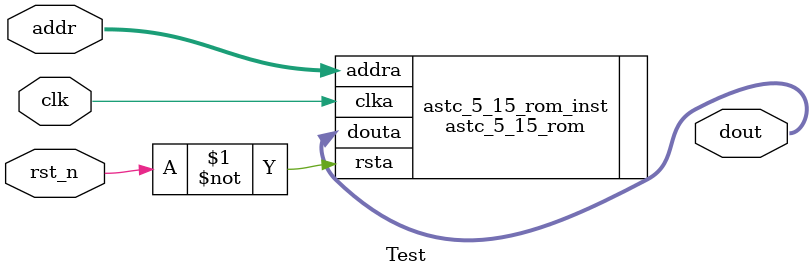
<source format=v>
`timescale 1ns / 1ps

module Test(
    input           clk,
    input           rst_n,
    input [6:0]     addr,
    output [159:0]  dout
);

astc_5_15_rom astc_5_15_rom_inst (
    .clka                 (clk),            // input wire clka
    .rsta                 (~rst_n),            // input wire rsta
    .addra                (addr),          // input wire [6 : 0] addra
    .douta                (dout)          // output wire [159 : 0] douta
    // .rsta_busy            (rsta_busy)  // output wire rsta_busy
);




endmodule

</source>
